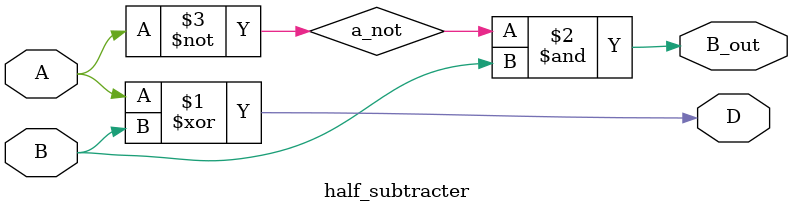
<source format=sv>

module half_subtracter(A, B, D, B_out);
    input A, B;
    output D, B_out;
  	wire a_not;

    xor(D, A, B);
    not(a_not, A);
    and(B_out, a_not, B);
endmodule

</source>
